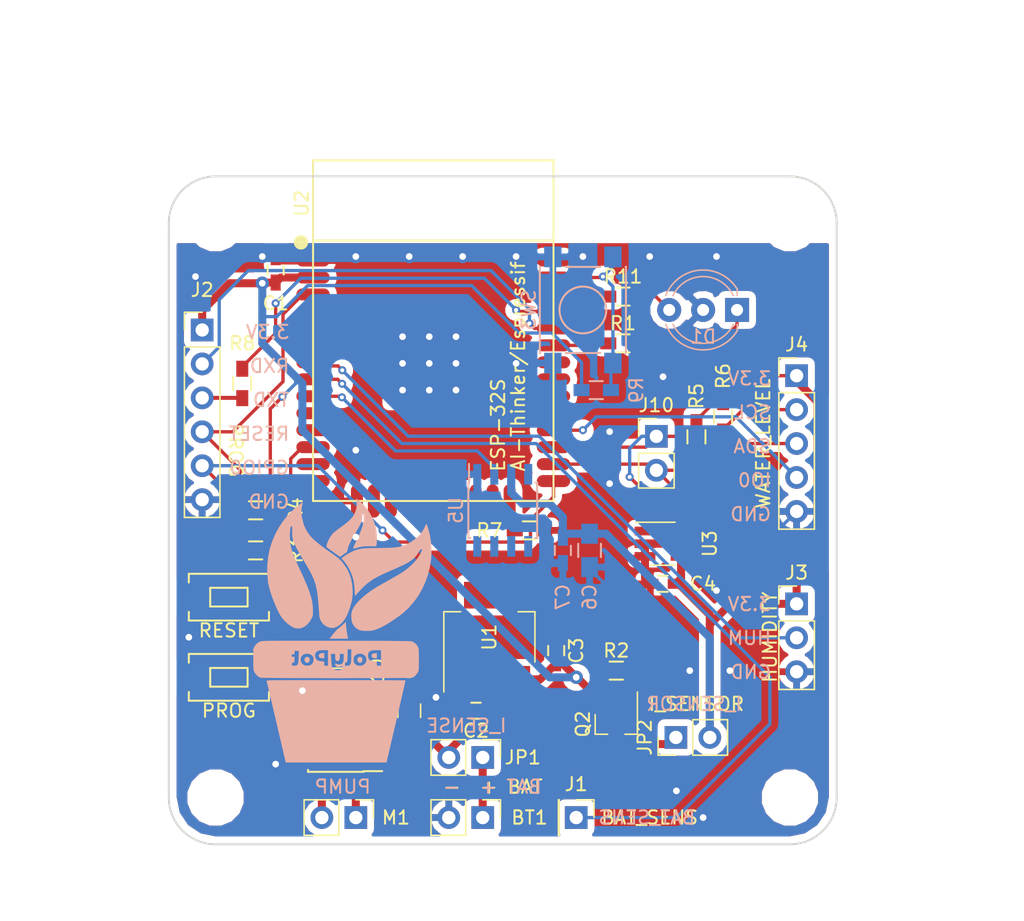
<source format=kicad_pcb>
(kicad_pcb (version 4) (host pcbnew 4.0.7)
  (layers (0 F.Cu signal) (31 B.Cu signal) (34 B.Paste user) (35 F.Paste user) (36 B.SilkS user) (37 F.SilkS user) (38 B.Mask user) (39 F.Mask user) (44 Edge.Cuts user))
  (net 0 "")
  (net 1 GND)
  (net 2 +3V3)
  (net 3 /3V3_SENSORS)
  (net 4 "Net-(D1-Pad1)")
  (net 5 /UART_RX)
  (net 6 /UART_TX)
  (net 7 /EN)
  (net 8 /GPIO0)
  (net 9 /I2C_SCL)
  (net 10 /I2C_SDA)
  (net 11 "Net-(JP2-Pad1)")
  (net 12 "Net-(M1-Pad2)")
  (net 13 /SENSORS_ENn)
  (net 14 /V_BAT_SENSE)
  (net 15 /SENS_HUMIDITY)
  (net 16 /SENS_LUMINOSITY)
  (net 17 /PUMP_PWM)
  (net 18 "Net-(R7-Pad2)")
  (net 19 "Net-(R8-Pad1)")
  (net 20 /USER_BTN)
  (net 21 "Net-(M1-Pad1)")
  (net 22 +BATT)
  (net 23 "Net-(D1-Pad3)")
  (net 24 /LED_RED)
  (net 25 /LED_GREEN)
  (net 26 "Net-(BT1-Pad1)")
  (net 27 /TOF_GPIO0)
  (module ESP32-footprints-Lib:ESP-32S (layer F.Cu) (at 49.852566 45.817338)
    (fp_text reference U2 (at -9.9 -13.8 270) (layer F.SilkS))
    (fp_text value ESP-32S)
    (fp_text user AI-Thinker/Espressif (at 6.3 -1.6 90) (layer F.SilkS))
    (fp_text user ESP-32S (at 4.8 2.8 90) (layer F.SilkS))
    (pad 38 smd oval (at 8.947434 -9.517338 180) (size 2.5 0.9) (layers F.Cu F.Paste F.Mask) (net 1 GND))
    (pad 37 smd oval (at 8.947434 -8.247338 180) (size 2.5 0.9) (layers F.Cu F.Paste F.Mask) (net 20 /USER_BTN))
    (pad 36 smd oval (at 8.947434 -6.977338 180) (size 2.5 0.9) (layers F.Cu F.Paste F.Mask) (net 25 /LED_GREEN))
    (pad 35 smd oval (at 8.947434 -5.707338 180) (size 2.5 0.9) (layers F.Cu F.Paste F.Mask) (net 19 "Net-(R8-Pad1)"))
    (pad 34 smd oval (at 8.947434 -4.437338 180) (size 2.5 0.9) (layers F.Cu F.Paste F.Mask) (net 5 /UART_RX))
    (pad 33 smd oval (at 8.947434 -3.167338 180) (size 2.5 0.9) (layers F.Cu F.Paste F.Mask) (net 24 /LED_RED))
    (pad 32 smd oval (at 8.947434 -1.897338 180) (size 2.5 0.9) (layers F.Cu F.Paste F.Mask))
    (pad 31 smd oval (at 8.947434 -0.627338 180) (size 2.5 0.9) (layers F.Cu F.Paste F.Mask))
    (pad 30 smd oval (at 8.947434 0.642662 180) (size 2.5 0.9) (layers F.Cu F.Paste F.Mask))
    (pad 29 smd oval (at 8.947434 1.912662 180) (size 2.5 0.9) (layers F.Cu F.Paste F.Mask))
    (pad 28 smd oval (at 8.947434 3.182662 180) (size 2.5 0.9) (layers F.Cu F.Paste F.Mask) (net 27 /TOF_GPIO0))
    (pad 27 smd oval (at 8.947434 4.452662 180) (size 2.5 0.9) (layers F.Cu F.Paste F.Mask) (net 9 /I2C_SCL))
    (pad 26 smd oval (at 8.947434 5.722662 180) (size 2.5 0.9) (layers F.Cu F.Paste F.Mask) (net 10 /I2C_SDA))
    (pad 25 smd oval (at 8.947434 6.992662 180) (size 2.5 0.9) (layers F.Cu F.Paste F.Mask) (net 8 /GPIO0))
    (pad 24 smd oval (at 5.662434 8.482662 180) (size 0.9 2.5) (layers F.Cu F.Paste F.Mask) (net 18 "Net-(R7-Pad2)"))
    (pad 23 smd oval (at 4.392434 8.482662 180) (size 0.9 2.5) (layers F.Cu F.Paste F.Mask))
    (pad 22 smd oval (at 3.122434 8.482662 180) (size 0.9 2.5) (layers F.Cu F.Paste F.Mask))
    (pad 21 smd oval (at 1.852434 8.482662 180) (size 0.9 2.5) (layers F.Cu F.Paste F.Mask))
    (pad 20 smd oval (at 0.582434 8.482662 180) (size 0.9 2.5) (layers F.Cu F.Paste F.Mask))
    (pad 19 smd oval (at -0.687566 8.482662 180) (size 0.9 2.5) (layers F.Cu F.Paste F.Mask))
    (pad 18 smd oval (at -1.957566 8.482662 180) (size 0.9 2.5) (layers F.Cu F.Paste F.Mask))
    (pad 17 smd oval (at -3.227566 8.482662 180) (size 0.9 2.5) (layers F.Cu F.Paste F.Mask))
    (pad 16 smd oval (at -4.497566 8.482662 180) (size 0.9 2.5) (layers F.Cu F.Paste F.Mask))
    (pad 15 smd oval (at -5.767566 8.482662 180) (size 0.9 2.5) (layers F.Cu F.Paste F.Mask) (net 1 GND))
    (pad 14 smd oval (at -9.052566 6.992662 180) (size 2.5 0.9) (layers F.Cu F.Paste F.Mask))
    (pad 13 smd oval (at -9.052566 5.722662 180) (size 2.5 0.9) (layers F.Cu F.Paste F.Mask))
    (pad 12 smd oval (at -9.052566 4.452662 180) (size 2.5 0.9) (layers F.Cu F.Paste F.Mask) (net 17 /PUMP_PWM))
    (pad 11 smd oval (at -9.052566 3.182662 180) (size 2.5 0.9) (layers F.Cu F.Paste F.Mask))
    (pad 10 smd oval (at -9.052566 1.912662 180) (size 2.5 0.9) (layers F.Cu F.Paste F.Mask))
    (pad 9 smd oval (at -9.052566 0.642662 180) (size 2.5 0.9) (layers F.Cu F.Paste F.Mask) (net 16 /SENS_LUMINOSITY))
    (pad 8 smd oval (at -9.052566 -0.627338 180) (size 2.5 0.9) (layers F.Cu F.Paste F.Mask) (net 14 /V_BAT_SENSE))
    (pad 7 smd oval (at -9.052566 -1.897338 180) (size 2.5 0.9) (layers F.Cu F.Paste F.Mask) (net 15 /SENS_HUMIDITY))
    (pad 6 smd oval (at -9.052566 -3.167338 180) (size 2.5 0.9) (layers F.Cu F.Paste F.Mask))
    (pad 5 smd oval (at -9.052566 -4.437338 180) (size 2.5 0.9) (layers F.Cu F.Paste F.Mask))
    (pad 4 smd oval (at -9.052566 -5.707338 180) (size 2.5 0.9) (layers F.Cu F.Paste F.Mask))
    (pad 3 smd oval (at -9.052566 -6.977338 180) (size 2.5 0.9) (layers F.Cu F.Paste F.Mask) (net 7 /EN))
    (pad 2 smd oval (at -9.052566 -8.247338 180) (size 2.5 0.9) (layers F.Cu F.Paste F.Mask) (net 2 +3V3))
    (pad 1 smd oval (at -9.052566 -9.517338 180) (size 2.5 0.9) (layers F.Cu F.Paste F.Mask) (net 1 GND))
    (pad 39 smd rect (at -0.352566 -1.817338 180) (size 6 6) (layers F.Cu F.Paste F.Mask) (net 1 GND))
  )
  (module Capacitors_SMD:C_0603_HandSoldering (layer F.Cu) (at 38 37 90)
    (fp_text reference C1 (at -2.5 0 180) (layer F.SilkS))
    (fp_text value 100nF)
    (pad 1 smd rect (at -0.95 0 90) (size 1.2 0.75) (layers F.Cu F.Paste F.Mask) (net 2 +3V3))
    (pad 2 smd rect (at 0.95 0 90) (size 1.2 0.75) (layers F.Cu F.Paste F.Mask) (net 1 GND))
  )
  (module Capacitors_SMD:C_0603_HandSoldering (layer F.Cu) (at 53 70 180)
    (fp_text reference C2 (at 0 -1.5 360) (layer F.SilkS))
    (fp_text value 1uF)
    (pad 1 smd rect (at -0.95 0 180) (size 1.2 0.75) (layers F.Cu F.Paste F.Mask) (net 22 +BATT))
    (pad 2 smd rect (at 0.95 0 180) (size 1.2 0.75) (layers F.Cu F.Paste F.Mask) (net 1 GND))
  )
  (module Capacitors_SMD:C_0603_HandSoldering (layer F.Cu) (at 59 65.5 90)
    (fp_text reference C3 (at 0 1.5 90) (layer F.SilkS))
    (fp_text value 1uF)
    (pad 1 smd rect (at -0.95 0 90) (size 1.2 0.75) (layers F.Cu F.Paste F.Mask) (net 2 +3V3))
    (pad 2 smd rect (at 0.95 0 90) (size 1.2 0.75) (layers F.Cu F.Paste F.Mask) (net 1 GND))
  )
  (module Capacitors_SMD:C_0603_HandSoldering (layer F.Cu) (at 67 60.5 180)
    (fp_text reference C4 (at -3 0 180) (layer F.SilkS))
    (fp_text value 100nF)
    (pad 1 smd rect (at -0.95 0 180) (size 1.2 0.75) (layers F.Cu F.Paste F.Mask) (net 3 /3V3_SENSORS))
    (pad 2 smd rect (at 0.95 0 180) (size 1.2 0.75) (layers F.Cu F.Paste F.Mask) (net 1 GND))
  )
  (module Resistors_SMD:R_0603_HandSoldering (layer F.Cu) (at 64 42.5 180)
    (fp_text reference R1 (at 0 1.5 180) (layer F.SilkS))
    (fp_text value 470)
    (pad 1 smd rect (at -1.1 0 180) (size 1.2 0.9) (layers F.Cu F.Paste F.Mask) (net 4 "Net-(D1-Pad1)"))
    (pad 2 smd rect (at 1.1 0 180) (size 1.2 0.9) (layers F.Cu F.Paste F.Mask) (net 24 /LED_RED))
  )
  (module Resistors_SMD:R_0603_HandSoldering (layer F.Cu) (at 63.5 67)
    (fp_text reference R2 (at 0 -1.5 180) (layer F.SilkS))
    (fp_text value 18k7)
    (pad 1 smd rect (at -1.1 0) (size 1.2 0.9) (layers F.Cu F.Paste F.Mask) (net 2 +3V3))
    (pad 2 smd rect (at 1.1 0) (size 1.2 0.9) (layers F.Cu F.Paste F.Mask) (net 13 /SENSORS_ENn))
  )
  (module Resistors_SMD:R_0603_HandSoldering (layer F.Cu) (at 36.5 58 180)
    (fp_text reference R3 (at -3 0 270) (layer F.SilkS))
    (fp_text value 10k)
    (pad 1 smd rect (at -1.1 0 180) (size 1.2 0.9) (layers F.Cu F.Paste F.Mask) (net 2 +3V3))
    (pad 2 smd rect (at 1.1 0 180) (size 1.2 0.9) (layers F.Cu F.Paste F.Mask) (net 8 /GPIO0))
  )
  (module Resistors_SMD:R_0603_HandSoldering (layer F.Cu) (at 36.5 55 180)
    (fp_text reference R4 (at -3 0 270) (layer F.SilkS))
    (fp_text value 10k)
    (pad 1 smd rect (at -1.1 0 180) (size 1.2 0.9) (layers F.Cu F.Paste F.Mask) (net 2 +3V3))
    (pad 2 smd rect (at 1.1 0 180) (size 1.2 0.9) (layers F.Cu F.Paste F.Mask) (net 7 /EN))
  )
  (module Resistors_SMD:R_0603_HandSoldering (layer F.Cu) (at 69.5 49.5 270)
    (fp_text reference R5 (at -3.048 0 270) (layer F.SilkS))
    (fp_text value 4.7k)
    (pad 1 smd rect (at -1.1 0 270) (size 1.2 0.9) (layers F.Cu F.Paste F.Mask) (net 3 /3V3_SENSORS))
    (pad 2 smd rect (at 1.1 0 270) (size 1.2 0.9) (layers F.Cu F.Paste F.Mask) (net 10 /I2C_SDA))
  )
  (module Resistors_SMD:R_0603_HandSoldering (layer F.Cu) (at 71.5 48 270)
    (fp_text reference R6 (at -3.048 0 270) (layer F.SilkS))
    (fp_text value 4.7k)
    (pad 1 smd rect (at -1.1 0 270) (size 1.2 0.9) (layers F.Cu F.Paste F.Mask) (net 3 /3V3_SENSORS))
    (pad 2 smd rect (at 1.1 0 270) (size 1.2 0.9) (layers F.Cu F.Paste F.Mask) (net 9 /I2C_SCL))
  )
  (module Buttons_Switches_SMD:SW_SPST_EVQPE1 (layer F.Cu) (at 34.5 67.5)
    (fp_text reference SW1 hide)
    (fp_text value PROG (at 0 2.5) (layer F.SilkS))
    (pad 2 smd rect (at 2.7 0) (size 2 1.6) (layers F.Cu F.Paste F.Mask) (net 8 /GPIO0))
    (pad 1 smd rect (at -2.7 0) (size 2 1.6) (layers F.Cu F.Paste F.Mask) (net 1 GND))
  )
  (module Buttons_Switches_SMD:SW_SPST_EVQPE1 (layer F.Cu) (at 34.5 61.5)
    (fp_text reference SW2 hide)
    (fp_text value RESET (at 0 2.5) (layer F.SilkS))
    (pad 2 smd rect (at 2.7 0) (size 2 1.6) (layers F.Cu F.Paste F.Mask) (net 7 /EN))
    (pad 1 smd rect (at -2.7 0) (size 2 1.6) (layers F.Cu F.Paste F.Mask) (net 1 GND))
  )
  (module TO_SOT_Packages_SMD:SOT-23-6_Handsoldering (layer F.Cu) (at 67 57.5)
    (fp_text reference U3 (at 3.5 0 90) (layer F.SilkS))
    (fp_text value S-5851A_SOT-23-6)
    (pad 1 smd rect (at -1.35 -0.95) (size 1.56 0.65) (layers F.Cu F.Paste F.Mask) (net 9 /I2C_SCL))
    (pad 2 smd rect (at -1.35 0) (size 1.56 0.65) (layers F.Cu F.Paste F.Mask) (net 1 GND))
    (pad 3 smd rect (at -1.35 0.95) (size 1.56 0.65) (layers F.Cu F.Paste F.Mask) (net 1 GND))
    (pad 4 smd rect (at 1.35 0.95) (size 1.56 0.65) (layers F.Cu F.Paste F.Mask) (net 3 /3V3_SENSORS))
    (pad 6 smd rect (at 1.35 -0.95) (size 1.56 0.65) (layers F.Cu F.Paste F.Mask) (net 10 /I2C_SDA))
    (pad 5 smd rect (at 1.35 0) (size 1.56 0.65) (layers F.Cu F.Paste F.Mask) (net 1 GND))
  )
  (module Mounting_Holes:MountingHole_3.2mm_M3 (layer F.Cu) (at 76.5 76.5)
    (fp_text reference J5 hide)
    (fp_text value M3)
    (pad 1 np_thru_hole circle (at 0 0) (size 3.2 3.2) (drill 3.2) (layers *.Cu *.Mask))
  )
  (module Mounting_Holes:MountingHole_3.2mm_M3 (layer F.Cu) (at 33.5 76.5)
    (fp_text reference J6 hide)
    (fp_text value M3)
    (pad 1 np_thru_hole circle (at 0 0) (size 3.2 3.2) (drill 3.2) (layers *.Cu *.Mask))
  )
  (module Mounting_Holes:MountingHole_3.2mm_M3 (layer F.Cu) (at 33.5 33.5)
    (fp_text reference J7 hide)
    (fp_text value M3)
    (pad 1 np_thru_hole circle (at 0 0) (size 3.2 3.2) (drill 3.2) (layers *.Cu *.Mask))
  )
  (module Mounting_Holes:MountingHole_3.2mm_M3 (layer F.Cu) (at 76.5 33.5)
    (fp_text reference J8 hide)
    (fp_text value M3)
    (pad 1 np_thru_hole circle (at 0 0) (size 3.2 3.2) (drill 3.2) (layers *.Cu *.Mask))
  )
  (module Resistors_SMD:R_0603_HandSoldering (layer F.Cu) (at 57 56.5 180)
    (fp_text reference R7 (at 3 0 180) (layer F.SilkS))
    (fp_text value 10k)
    (pad 1 smd rect (at -1.1 0 180) (size 1.2 0.9) (layers F.Cu F.Paste F.Mask) (net 1 GND))
    (pad 2 smd rect (at 1.1 0 180) (size 1.2 0.9) (layers F.Cu F.Paste F.Mask) (net 18 "Net-(R7-Pad2)"))
  )
  (module Resistors_SMD:R_0603_HandSoldering (layer F.Cu) (at 35.5 45.5 270)
    (fp_text reference R8 (at -3 0 360) (layer F.SilkS))
    (fp_text value 470)
    (pad 1 smd rect (at -1.1 0 270) (size 1.2 0.9) (layers F.Cu F.Paste F.Mask) (net 19 "Net-(R8-Pad1)"))
    (pad 2 smd rect (at 1.1 0 270) (size 1.2 0.9) (layers F.Cu F.Paste F.Mask) (net 6 /UART_TX))
  )
  (module Resistors_SMD:R_0603_HandSoldering (layer B.Cu) (at 62 46)
    (fp_text reference R9 (at 3 0 270) (layer B.SilkS) (effects (justify mirror)))
    (fp_text value 10k)
    (pad 1 smd rect (at -1.1 0) (size 1.2 0.9) (layers B.Cu B.Paste B.Mask) (net 2 +3V3))
    (pad 2 smd rect (at 1.1 0) (size 1.2 0.9) (layers B.Cu B.Paste B.Mask) (net 20 /USER_BTN))
  )
  (module TO_SOT_Packages_SMD:SOT-223 (layer F.Cu) (at 54 64.5 90)
    (fp_text reference U1 (at 0 0 90) (layer F.SilkS))
    (fp_text value AP7365-XXERG_SOT223)
    (pad 4 smd rect (at 3.15 0 90) (size 2 3.8) (layers F.Cu F.Paste F.Mask))
    (pad 2 smd rect (at -3.15 0 90) (size 2 1.5) (layers F.Cu F.Paste F.Mask) (net 22 +BATT))
    (pad 3 smd rect (at -3.15 2.3 90) (size 2 1.5) (layers F.Cu F.Paste F.Mask) (net 2 +3V3))
    (pad 1 smd rect (at -3.15 -2.3 90) (size 2 1.5) (layers F.Cu F.Paste F.Mask) (net 1 GND))
  )
  (module Capacitors_SMD:C_0805_HandSoldering (layer F.Cu) (at 48 70 90)
    (fp_text reference C5 (at 3.302 0 90) (layer F.SilkS))
    (fp_text value 10uF)
    (pad 1 smd rect (at -1.25 0 90) (size 1.5 1.25) (layers F.Cu F.Paste F.Mask) (net 22 +BATT))
    (pad 2 smd rect (at 1.25 0 90) (size 1.5 1.25) (layers F.Cu F.Paste F.Mask) (net 1 GND))
  )
  (module Resistors_SMD:R_0603_HandSoldering (layer F.Cu) (at 42.5 67.5 180)
    (fp_text reference R10 (at -3.1 0 270) (layer F.SilkS))
    (fp_text value 10k)
    (pad 1 smd rect (at -1.1 0 180) (size 1.2 0.9) (layers F.Cu F.Paste F.Mask) (net 17 /PUMP_PWM))
    (pad 2 smd rect (at 1.1 0 180) (size 1.2 0.9) (layers F.Cu F.Paste F.Mask) (net 1 GND))
  )
  (module LEDs:LED_D5.0mm-3 (layer B.Cu) (at 72.54 40 180)
    (fp_text reference D1 (at 2.54 -2 180) (layer B.SilkS) (effects (justify mirror)))
    (fp_text value LED_Dual_ACA)
    (pad 1 thru_hole rect (at 0 0 180) (size 1.8 1.8) (drill 0.9) (layers *.Cu *.Mask) (net 4 "Net-(D1-Pad1)"))
    (pad 2 thru_hole circle (at 2.54 0 180) (size 1.8 1.8) (drill 0.9) (layers *.Cu *.Mask) (net 1 GND))
    (pad 3 thru_hole circle (at 5.08 0 180) (size 1.8 1.8) (drill 0.9) (layers *.Cu *.Mask) (net 23 "Net-(D1-Pad3)"))
  )
  (module Resistors_SMD:R_0603_HandSoldering (layer F.Cu) (at 64 39 180)
    (fp_text reference R11 (at 0 1.5 360) (layer F.SilkS))
    (fp_text value 470)
    (pad 1 smd rect (at -1.1 0 180) (size 1.2 0.9) (layers F.Cu F.Paste F.Mask) (net 23 "Net-(D1-Pad3)"))
    (pad 2 smd rect (at 1.1 0 180) (size 1.2 0.9) (layers F.Cu F.Paste F.Mask) (net 25 /LED_GREEN))
  )
  (module Housings_SOIC:SOIC-8_3.9x4.9mm_Pitch1.27mm (layer F.Cu) (at 42.5 72 180)
    (fp_text reference U4 (at 0 0 180) (layer F.SilkS))
    (fp_text value BD6211F-E2)
    (pad 1 smd rect (at -2.7 -1.905 180) (size 1.55 0.6) (layers F.Cu F.Paste F.Mask) (net 21 "Net-(M1-Pad1)"))
    (pad 2 smd rect (at -2.7 -0.635 180) (size 1.55 0.6) (layers F.Cu F.Paste F.Mask) (net 22 +BATT))
    (pad 3 smd rect (at -2.7 0.635 180) (size 1.55 0.6) (layers F.Cu F.Paste F.Mask) (net 22 +BATT))
    (pad 4 smd rect (at -2.7 1.905 180) (size 1.55 0.6) (layers F.Cu F.Paste F.Mask) (net 17 /PUMP_PWM))
    (pad 5 smd rect (at 2.7 1.905 180) (size 1.55 0.6) (layers F.Cu F.Paste F.Mask) (net 1 GND))
    (pad 6 smd rect (at 2.7 0.635 180) (size 1.55 0.6) (layers F.Cu F.Paste F.Mask) (net 22 +BATT))
    (pad 7 smd rect (at 2.7 -0.635 180) (size 1.55 0.6) (layers F.Cu F.Paste F.Mask) (net 12 "Net-(M1-Pad2)"))
    (pad 8 smd rect (at 2.7 -1.905 180) (size 1.55 0.6) (layers F.Cu F.Paste F.Mask) (net 1 GND))
  )
  (module TO_SOT_Packages_SMD:SOT-23_Handsoldering (layer F.Cu) (at 63.5 71 270)
    (fp_text reference Q2 (at 0 2.5 270) (layer F.SilkS))
    (fp_text value PMV250EPEAR)
    (pad 1 smd rect (at -1.5 -0.95 270) (size 1.9 0.8) (layers F.Cu F.Paste F.Mask) (net 13 /SENSORS_ENn))
    (pad 2 smd rect (at -1.5 0.95 270) (size 1.9 0.8) (layers F.Cu F.Paste F.Mask) (net 2 +3V3))
    (pad 3 smd rect (at 1.5 0 270) (size 1.9 0.8) (layers F.Cu F.Paste F.Mask) (net 11 "Net-(JP2-Pad1)"))
  )
  (module Pin_Headers:Pin_Header_Straight_1x02_Pitch2.54mm (layer F.Cu) (at 53.5 78 270)
    (fp_text reference BT1 (at 0 -3.5 360) (layer F.SilkS))
    (fp_text value Battery)
    (pad 1 thru_hole rect (at 0 0 270) (size 1.7 1.7) (drill 1) (layers *.Cu *.Mask) (net 26 "Net-(BT1-Pad1)"))
    (pad 2 thru_hole oval (at 0 2.54 270) (size 1.7 1.7) (drill 1) (layers *.Cu *.Mask) (net 1 GND))
  )
  (module Pin_Headers:Pin_Header_Straight_1x03_Pitch2.54mm (layer F.Cu) (at 77 62)
    (fp_text reference J3 (at 0 -2.33) (layer F.SilkS))
    (fp_text value HUMIDITY_CONN)
    (pad 1 thru_hole rect (at 0 0) (size 1.7 1.7) (drill 1) (layers *.Cu *.Mask) (net 3 /3V3_SENSORS))
    (pad 2 thru_hole oval (at 0 2.54) (size 1.7 1.7) (drill 1) (layers *.Cu *.Mask) (net 15 /SENS_HUMIDITY))
    (pad 3 thru_hole oval (at 0 5.08) (size 1.7 1.7) (drill 1) (layers *.Cu *.Mask) (net 1 GND))
  )
  (module Pin_Headers:Pin_Header_Straight_1x05_Pitch2.54mm (layer F.Cu) (at 77 44.92)
    (fp_text reference J4 (at 0 -2.33) (layer F.SilkS))
    (fp_text value TOF_DIST_SENS)
    (pad 1 thru_hole rect (at 0 0) (size 1.7 1.7) (drill 1) (layers *.Cu *.Mask) (net 3 /3V3_SENSORS))
    (pad 2 thru_hole oval (at 0 2.54) (size 1.7 1.7) (drill 1) (layers *.Cu *.Mask) (net 9 /I2C_SCL))
    (pad 3 thru_hole oval (at 0 5.08) (size 1.7 1.7) (drill 1) (layers *.Cu *.Mask) (net 10 /I2C_SDA))
    (pad 4 thru_hole oval (at 0 7.62) (size 1.7 1.7) (drill 1) (layers *.Cu *.Mask) (net 27 /TOF_GPIO0))
    (pad 5 thru_hole oval (at 0 10.16) (size 1.7 1.7) (drill 1) (layers *.Cu *.Mask) (net 1 GND))
  )
  (module Pin_Headers:Pin_Header_Straight_1x02_Pitch2.54mm (layer F.Cu) (at 66.5 49.46)
    (fp_text reference J10 (at 0 -2.33) (layer F.SilkS))
    (fp_text value I2C_TEST)
    (pad 1 thru_hole rect (at 0 0) (size 1.7 1.7) (drill 1) (layers *.Cu *.Mask) (net 9 /I2C_SCL))
    (pad 2 thru_hole oval (at 0 2.54) (size 1.7 1.7) (drill 1) (layers *.Cu *.Mask) (net 10 /I2C_SDA))
  )
  (module Pin_Headers:Pin_Header_Straight_1x02_Pitch2.54mm (layer F.Cu) (at 53.5 73.5 270)
    (fp_text reference JP1 (at 0 -3 360) (layer F.SilkS))
    (fp_text value I_SENSE)
    (pad 1 thru_hole rect (at 0 0 270) (size 1.7 1.7) (drill 1) (layers *.Cu *.Mask) (net 26 "Net-(BT1-Pad1)"))
    (pad 2 thru_hole oval (at 0 2.54 270) (size 1.7 1.7) (drill 1) (layers *.Cu *.Mask) (net 22 +BATT))
  )
  (module Pin_Headers:Pin_Header_Straight_1x02_Pitch2.54mm (layer F.Cu) (at 67.96 72 90)
    (fp_text reference JP2 (at 0 -2.33 90) (layer F.SilkS))
    (fp_text value I_SENSE)
    (pad 1 thru_hole rect (at 0 0 90) (size 1.7 1.7) (drill 1) (layers *.Cu *.Mask) (net 11 "Net-(JP2-Pad1)"))
    (pad 2 thru_hole oval (at 0 2.54 90) (size 1.7 1.7) (drill 1) (layers *.Cu *.Mask) (net 3 /3V3_SENSORS))
  )
  (module Pin_Headers:Pin_Header_Straight_1x02_Pitch2.54mm (layer F.Cu) (at 44 78 270)
    (fp_text reference M1 (at 0 -3 540) (layer F.SilkS))
    (fp_text value DC_WATER_PUMP)
    (pad 1 thru_hole rect (at 0 0 270) (size 1.7 1.7) (drill 1) (layers *.Cu *.Mask) (net 21 "Net-(M1-Pad1)"))
    (pad 2 thru_hole oval (at 0 2.54 270) (size 1.7 1.7) (drill 1) (layers *.Cu *.Mask) (net 12 "Net-(M1-Pad2)"))
  )
  (module Pin_Headers:Pin_Header_Straight_1x01_Pitch2.54mm (layer F.Cu) (at 60.5 78 270)
    (fp_text reference J1 (at -2.5 0 360) (layer F.SilkS))
    (fp_text value V_BAT_1S)
    (pad 1 thru_hole rect (at 0 0 270) (size 1.7 1.7) (drill 1) (layers *.Cu *.Mask) (net 14 /V_BAT_SENSE))
  )
  (module Pin_Headers:Pin_Header_Straight_1x06_Pitch2.54mm (layer F.Cu) (at 32.5 41.5)
    (fp_text reference J2 (at 0 -3) (layer F.SilkS))
    (fp_text value PROG/DEBUG)
    (pad 1 thru_hole rect (at 0 0) (size 1.7 1.7) (drill 1) (layers *.Cu *.Mask) (net 2 +3V3))
    (pad 2 thru_hole oval (at 0 2.54) (size 1.7 1.7) (drill 1) (layers *.Cu *.Mask) (net 5 /UART_RX))
    (pad 3 thru_hole oval (at 0 5.08) (size 1.7 1.7) (drill 1) (layers *.Cu *.Mask) (net 6 /UART_TX))
    (pad 4 thru_hole oval (at 0 7.62) (size 1.7 1.7) (drill 1) (layers *.Cu *.Mask) (net 7 /EN))
    (pad 5 thru_hole oval (at 0 10.16) (size 1.7 1.7) (drill 1) (layers *.Cu *.Mask) (net 8 /GPIO0))
    (pad 6 thru_hole oval (at 0 12.7) (size 1.7 1.7) (drill 1) (layers *.Cu *.Mask) (net 1 GND))
  )
  (module Capacitors_SMD:C_0805_HandSoldering (layer B.Cu) (at 61.5 58 270)
    (fp_text reference C6 (at 3.5 0 270) (layer B.SilkS) (effects (justify mirror)))
    (fp_text value 1uF)
    (pad 1 smd rect (at -1.25 0 270) (size 1.5 1.25) (layers B.Cu B.Paste B.Mask) (net 3 /3V3_SENSORS))
    (pad 2 smd rect (at 1.25 0 270) (size 1.5 1.25) (layers B.Cu B.Paste B.Mask) (net 1 GND))
  )
  (module Capacitors_SMD:C_0603_HandSoldering (layer B.Cu) (at 59.5 58 270)
    (fp_text reference C7 (at 3.5 0 270) (layer B.SilkS) (effects (justify mirror)))
    (fp_text value 100nF)
    (pad 1 smd rect (at -0.95 0 270) (size 1.2 0.75) (layers B.Cu B.Paste B.Mask) (net 3 /3V3_SENSORS))
    (pad 2 smd rect (at 0.95 0 270) (size 1.2 0.75) (layers B.Cu B.Paste B.Mask) (net 1 GND))
  )
  (module Housings_SOIC:SOIC-8_3.9x4.9mm_Pitch1.27mm (layer B.Cu) (at 55 55 270)
    (fp_text reference U5 (at 0 3.5 270) (layer B.SilkS) (effects (justify mirror)))
    (fp_text value MLX75305)
    (pad 1 smd rect (at -2.7 1.905 270) (size 1.55 0.6) (layers B.Cu B.Paste B.Mask) (net 1 GND))
    (pad 2 smd rect (at -2.7 0.635 270) (size 1.55 0.6) (layers B.Cu B.Paste B.Mask) (net 16 /SENS_LUMINOSITY))
    (pad 3 smd rect (at -2.7 -0.635 270) (size 1.55 0.6) (layers B.Cu B.Paste B.Mask) (net 3 /3V3_SENSORS))
    (pad 4 smd rect (at -2.7 -1.905 270) (size 1.55 0.6) (layers B.Cu B.Paste B.Mask))
    (pad 5 smd rect (at 2.7 -1.905 270) (size 1.55 0.6) (layers B.Cu B.Paste B.Mask))
    (pad 6 smd rect (at 2.7 -0.635 270) (size 1.55 0.6) (layers B.Cu B.Paste B.Mask))
    (pad 7 smd rect (at 2.7 0.635 270) (size 1.55 0.6) (layers B.Cu B.Paste B.Mask))
    (pad 8 smd rect (at 2.7 1.905 270) (size 1.55 0.6) (layers B.Cu B.Paste B.Mask))
  )
  (module Buttons_Switches_SMD:SW_SPST_PTS645 (layer B.Cu) (at 61 40 270)
    (fp_text reference SW3 (at 0 4.05 270) (layer B.SilkS) (effects (justify mirror)))
    (fp_text value USR_BTN)
    (pad 2 smd rect (at -3.975 -2.25 270) (size 1.55 1.3) (layers B.Cu B.Paste B.Mask) (net 20 /USER_BTN))
    (pad 1 smd rect (at -3.975 2.25 270) (size 1.55 1.3) (layers B.Cu B.Paste B.Mask) (net 1 GND))
    (pad 1 smd rect (at 3.975 2.25 270) (size 1.55 1.3) (layers B.Cu B.Paste B.Mask) (net 1 GND))
    (pad 2 smd rect (at 3.975 -2.25 270) (size 1.55 1.3) (layers B.Cu B.Paste B.Mask) (net 20 /USER_BTN))
  )
  (module PolyPot:PolyPot_13x20mm (layer B.Cu) (at 43 64 180)
    (fp_text reference G*** hide)
    (fp_text value LOGO hide)
  )
  (gr_text "-  + BAT" (at 50.5 75.692) (layer F.SilkS) (effects (font (size 1 1)) (justify left)))
  (gr_text PROG (at 35 50.5 270) (layer F.SilkS) (effects (font (size 1 1))))
  (gr_text IO0 (at 75.184 52.752) (layer B.SilkS) (effects (font (size 1 1)) (justify left mirror)))
  (gr_text GND (at 75.184 55.292) (layer B.SilkS) (effects (font (size 1 1)) (justify left mirror)))
  (gr_text SDA (at 75.184 50.212) (layer B.SilkS) (effects (font (size 1 1)) (justify left mirror)))
  (gr_text SCL (at 75.184 47.672) (layer B.SilkS) (effects (font (size 1 1)) (justify left mirror)))
  (gr_text 3.3V (at 75.184 45.132) (layer B.SilkS) (effects (font (size 1 1)) (justify left mirror)))
  (gr_text GND (at 75.184 67.104) (layer B.SilkS) (effects (font (size 1 1)) (justify left mirror)))
  (gr_text HUM (at 75.184 64.564) (layer B.SilkS) (effects (font (size 1 1)) (justify left mirror)))
  (gr_text 3.3V (at 75.184 62.024) (layer B.SilkS) (effects (font (size 1 1)) (justify left mirror)))
  (gr_text I_SENSOR (at 73 69.5) (layer B.SilkS) (effects (font (size 1 1)) (justify left mirror)))
  (gr_text BAT_SENS (at 69.5 78) (layer B.SilkS) (effects (font (size 1 1)) (justify left mirror)))
  (gr_text I_SENSE (at 55.372 71.12) (layer B.SilkS) (effects (font (size 1 1)) (justify left mirror)))
  (gr_text "BAT +  -" (at 58 75.692) (layer B.SilkS) (effects (font (size 1 1)) (justify left mirror)))
  (gr_text PUMP (at 45.212 75.692) (layer B.SilkS) (effects (font (size 1 1)) (justify left mirror)))
  (gr_text 3.3V (at 39.116 41.656) (layer B.SilkS) (effects (font (size 1 1)) (justify left mirror)))
  (gr_text RXD (at 39.116 44.196) (layer B.SilkS) (effects (font (size 1 1)) (justify left mirror)))
  (gr_text TXD (at 39.116 46.736) (layer B.SilkS) (effects (font (size 1 1)) (justify left mirror)))
  (gr_text RESET (at 39.116 49.276) (layer B.SilkS) (effects (font (size 1 1)) (justify left mirror)))
  (gr_text GPIO0 (at 39.116 51.816) (layer B.SilkS) (effects (font (size 1 1)) (justify left mirror)))
  (gr_text GND (at 39.116 54.356) (layer B.SilkS) (effects (font (size 1 1)) (justify left mirror)))
  (gr_text BAT_SENS (at 66 78) (layer F.SilkS) (effects (font (size 1 1))))
  (gr_text I_SENSOR (at 69.5 69.5) (layer F.SilkS) (effects (font (size 1 1))))
  (gr_text WATER_LEVEL (at 74.5 50 90) (layer F.SilkS) (effects (font (size 1 1))))
  (gr_text HUMIDITY (at 75 64.5 90) (layer F.SilkS) (effects (font (size 1 1))))
  (gr_arc (start 33.5 76.5) (end 33.5 80) (angle 90) (layer Edge.Cuts) (width 0.15))
  (gr_arc (start 76.5 76.5) (end 80 76.5) (angle 90) (layer Edge.Cuts) (width 0.15))
  (gr_arc (start 76.5 33.5) (end 76.5 30) (angle 90) (layer Edge.Cuts) (width 0.15))
  (gr_arc (start 33.5 33.5) (end 30 33.5) (angle 90) (layer Edge.Cuts) (width 0.15))
  (gr_line (start 76.5 30) (end 33.5 30) (angle 90) (layer Edge.Cuts) (width 0.15))
  (gr_line (start 80 76.5) (end 80 33.5) (layer Edge.Cuts) (width 0.15))
  (gr_line (start 33.5 80) (end 76.5 80) (layer Edge.Cuts) (width 0.15))
  (gr_line (start 30 33.5) (end 30 76.5) (layer Edge.Cuts) (width 0.15))
  (segment (start 51.5 44) (end 56 44) (width 0.25) (layer B.Cu) (net 1))
  (via (at 56 44) (size 1) (drill 0.5) (layers F.Cu B.Cu) (net 1))
  (segment (start 63 49.109999) (end 67 45.109999) (width 0.25) (layer F.Cu) (net 1))
  (via (at 67 45) (size 1) (drill 0.5) (layers F.Cu B.Cu) (net 1))
  (segment (start 67 45.109999) (end 67 45) (width 0.25) (layer F.Cu) (net 1))
  (segment (start 63 53) (end 63 49.109999) (width 0.25) (layer B.Cu) (net 1))
  (via (at 63 49.109999) (size 1) (drill 0.5) (layers F.Cu B.Cu) (net 1))
  (segment (start 65.65 57.5) (end 64.62 57.5) (width 0.25) (layer F.Cu) (net 1))
  (segment (start 64.62 57.5) (end 63 55.88) (width 0.25) (layer F.Cu) (net 1))
  (segment (start 63 55.88) (end 63 53) (width 0.25) (layer F.Cu) (net 1))
  (via (at 63 53) (size 1) (drill 0.5) (layers F.Cu B.Cu) (net 1))
  (segment (start 61.5 59.25) (end 61.5 59.375) (width 0.25) (layer B.Cu) (net 1))
  (segment (start 61.5 59.375) (end 69 66.875) (width 0.25) (layer B.Cu) (net 1))
  (segment (start 69 66.875) (end 69 67) (width 0.25) (layer B.Cu) (net 1))
  (via (at 69 67) (size 1) (drill 0.5) (layers F.Cu B.Cu) (net 1))
  (segment (start 77 55.08) (end 71.08 61) (width 0.25) (layer B.Cu) (net 1))
  (segment (start 71.08 61) (end 71 61) (width 0.25) (layer B.Cu) (net 1))
  (via (at 71 61) (size 1) (drill 0.5) (layers F.Cu B.Cu) (net 1))
  (segment (start 70 78) (end 68 76) (width 0.25) (layer F.Cu) (net 1))
  (via (at 68 76) (size 1) (drill 0.5) (layers F.Cu B.Cu) (net 1))
  (segment (start 77 67.08) (end 77 71) (width 0.25) (layer F.Cu) (net 1))
  (segment (start 77 71) (end 70 78) (width 0.25) (layer F.Cu) (net 1))
  (via (at 70 78) (size 1) (drill 0.5) (layers F.Cu B.Cu) (net 1))
  (segment (start 77 67.08) (end 72.08 67.08) (width 0.25) (layer F.Cu) (net 1))
  (segment (start 72.08 67.08) (end 72 67) (width 0.25) (layer F.Cu) (net 1))
  (via (at 72 67) (size 1) (drill 0.5) (layers F.Cu B.Cu) (net 1))
  (segment (start 38 36.05) (end 37.05 36.05) (width 0.25) (layer F.Cu) (net 1))
  (segment (start 37.05 36.05) (end 37 36) (width 0.25) (layer F.Cu) (net 1))
  (via (at 37 36) (size 1) (drill 0.5) (layers F.Cu B.Cu) (net 1))
  (via (at 71 36) (size 1) (drill 0.5) (layers F.Cu B.Cu) (net 1))
  (segment (start 66 36) (end 71 36) (width 0.25) (layer F.Cu) (net 1))
  (segment (start 61 36) (end 66 36) (width 0.25) (layer F.Cu) (net 1))
  (via (at 66 36) (size 1) (drill 0.5) (layers F.Cu B.Cu) (net 1))
  (segment (start 58.8 36.3) (end 60.7 36.3) (width 0.25) (layer F.Cu) (net 1))
  (segment (start 60.7 36.3) (end 61 36) (width 0.25) (layer F.Cu) (net 1))
  (via (at 61 36) (size 1) (drill 0.5) (layers F.Cu B.Cu) (net 1))
  (segment (start 44.085 54.3) (end 44.085 50.585) (width 0.25) (layer F.Cu) (net 1))
  (segment (start 44.085 50.585) (end 44 50.5) (width 0.25) (layer F.Cu) (net 1))
  (via (at 44 50.5) (size 1) (drill 0.5) (layers F.Cu B.Cu) (net 1))
  (segment (start 58.8 36.3) (end 66.3 36.3) (width 0.25) (layer F.Cu) (net 1))
  (segment (start 66.3 36.3) (end 70 40) (width 0.25) (layer F.Cu) (net 1))
  (segment (start 53.095 52.3) (end 53.095 53.675) (width 0.6) (layer B.Cu) (net 1))
  (segment (start 53.095 53.675) (end 55.744999 56.324999) (width 0.6) (layer B.Cu) (net 1))
  (segment (start 58.524999 57.164997) (end 58.525 58.95) (width 0.6) (layer B.Cu) (net 1))
  (segment (start 55.744999 56.324999) (end 57.685001 56.324999) (width 0.6) (layer B.Cu) (net 1))
  (segment (start 57.685001 56.324999) (end 58.524999 57.164997) (width 0.6) (layer B.Cu) (net 1))
  (segment (start 58.525 58.95) (end 59.5 58.95) (width 0.6) (layer B.Cu) (net 1))
  (segment (start 65.65 57.5) (end 68.35 57.5) (width 0.6) (layer F.Cu) (net 1))
  (segment (start 65.65 58.45) (end 65.65 57.5) (width 0.6) (layer F.Cu) (net 1))
  (segment (start 65.65 58.45) (end 65.65 60.1) (width 0.6) (layer F.Cu) (net 1))
  (segment (start 65.65 60.1) (end 66.05 60.5) (width 0.6) (layer F.Cu) (net 1))
  (segment (start 58.75 36.025) (end 56.025 36.025) (width 0.25) (layer B.Cu) (net 1))
  (segment (start 56.025 36.025) (end 56 36) (width 0.25) (layer B.Cu) (net 1))
  (segment (start 31.8 61.5) (end 31.8 64.2) (width 0.25) (layer F.Cu) (net 1))
  (via (at 31.5 64.5) (size 1) (drill 0.5) (layers F.Cu B.Cu) (net 1))
  (segment (start 31.8 64.2) (end 31.5 64.5) (width 0.25) (layer F.Cu) (net 1))
  (segment (start 44.085 54.3) (end 44.085 56.915) (width 0.25) (layer F.Cu) (net 1))
  (via (at 44 57) (size 1) (drill 0.5) (layers F.Cu B.Cu) (net 1))
  (segment (start 44.085 56.915) (end 44 57) (width 0.25) (layer F.Cu) (net 1))
  (segment (start 38 36.05) (end 33.45 36.05) (width 0.25) (layer F.Cu) (net 1))
  (segment (start 33.45 36.05) (end 32 37.5) (width 0.25) (layer F.Cu) (net 1))
  (via (at 32 37.5) (size 1) (drill 0.5) (layers F.Cu B.Cu) (net 1))
  (segment (start 58.8 36.3) (end 56.3 36.3) (width 0.25) (layer F.Cu) (net 1))
  (segment (start 56.3 36.3) (end 56 36) (width 0.25) (layer F.Cu) (net 1))
  (segment (start 52 36) (end 56 36) (width 0.25) (layer B.Cu) (net 1))
  (segment (start 48 36) (end 52 36) (width 0.25) (layer B.Cu) (net 1))
  (segment (start 44 36) (end 48 36) (width 0.25) (layer B.Cu) (net 1))
  (via (at 52 36) (size 1) (drill 0.5) (layers F.Cu B.Cu) (net 1))
  (via (at 48 36) (size 1) (drill 0.5) (layers F.Cu B.Cu) (net 1))
  (segment (start 40.8 36.3) (end 43.7 36.3) (width 0.25) (layer F.Cu) (net 1))
  (segment (start 43.7 36.3) (end 44 36) (width 0.25) (layer F.Cu) (net 1))
  (via (at 44 36) (size 1) (drill 0.5) (layers F.Cu B.Cu) (net 1))
  (via (at 56 36) (size 1) (drill 0.5) (layers F.Cu B.Cu) (net 1))
  (segment (start 39.8 70.095) (end 39.8 68.7) (width 0.25) (layer F.Cu) (net 1))
  (segment (start 39.8 68.7) (end 40 68.5) (width 0.25) (layer F.Cu) (net 1))
  (via (at 40 68.5) (size 1) (drill 0.5) (layers F.Cu B.Cu) (net 1))
  (segment (start 39.8 73.905) (end 38.095 73.905) (width 0.25) (layer F.Cu) (net 1))
  (segment (start 38.095 73.905) (end 38 74) (width 0.25) (layer F.Cu) (net 1))
  (via (at 38 74) (size 1) (drill 0.5) (layers F.Cu B.Cu) (net 1))
  (segment (start 51.7 67.65) (end 51.35 67.65) (width 0.25) (layer F.Cu) (net 1))
  (segment (start 51.35 67.65) (end 50 69) (width 0.25) (layer F.Cu) (net 1))
  (via (at 50 69) (size 1) (drill 0.5) (layers F.Cu B.Cu) (net 1))
  (segment (start 58.1 56.5) (end 58.25 56.5) (width 0.25) (layer F.Cu) (net 1))
  (via (at 49.5 46) (size 1) (drill 0.5) (layers F.Cu B.Cu) (net 1))
  (via (at 51.5 44) (size 1) (drill 0.5) (layers F.Cu B.Cu) (net 1))
  (via (at 47.5 44) (size 1) (drill 0.5) (layers F.Cu B.Cu) (net 1))
  (via (at 49.5 42) (size 1) (drill 0.5) (layers F.Cu B.Cu) (net 1))
  (via (at 49.5 44) (size 1) (drill 0.5) (layers F.Cu B.Cu) (net 1))
  (via (at 51.5 46) (size 1) (drill 0.5) (layers F.Cu B.Cu) (net 1))
  (via (at 47.5 46) (size 1) (drill 0.5) (layers F.Cu B.Cu) (net 1))
  (via (at 47.5 42) (size 1) (drill 0.5) (layers F.Cu B.Cu) (net 1))
  (via (at 51.5 42) (size 1) (drill 0.5) (layers F.Cu B.Cu) (net 1))
  (segment (start 40.8 36.3) (end 38.25 36.3) (width 0.6) (layer F.Cu) (net 1))
  (segment (start 38.25 36.3) (end 38 36.05) (width 0.6) (layer F.Cu) (net 1))
  (segment (start 60.5 67.5) (end 58.5 67.5) (width 0.6) (layer B.Cu) (net 2))
  (segment (start 58.5 67.5) (end 40 49) (width 0.6) (layer B.Cu) (net 2))
  (segment (start 40 49) (end 40 45.5) (width 0.6) (layer B.Cu) (net 2))
  (segment (start 40 45.5) (end 39.5 45) (width 0.6) (layer B.Cu) (net 2))
  (segment (start 62.55 69.5) (end 62.55 67.15) (width 0.25) (layer F.Cu) (net 2))
  (segment (start 62.55 67.15) (end 62.4 67) (width 0.25) (layer F.Cu) (net 2))
  (segment (start 60.5 67.5) (end 60.55 67.5) (width 0.6) (layer F.Cu) (net 2))
  (segment (start 60.55 67.5) (end 62.55 69.5) (width 0.6) (layer F.Cu) (net 2))
  (segment (start 60.9 46) (end 60.9 43.934998) (width 0.25) (layer B.Cu) (net 2))
  (segment (start 60.9 43.934998) (end 58.690003 41.725001) (width 0.25) (layer B.Cu) (net 2))
  (segment (start 58.690003 41.725001) (end 56.225001 41.725001) (width 0.25) (layer B.Cu) (net 2))
  (segment (start 56.225001 41.725001) (end 52.675019 38.175019) (width 0.25) (layer B.Cu) (net 2))
  (segment (start 52.675019 38.175019) (end 40.397983 38.175019) (width 0.25) (layer B.Cu) (net 2))
  (segment (start 38.073002 40.5) (end 37 40.5) (width 0.25) (layer B.Cu) (net 2))
  (segment (start 40.397983 38.175019) (end 38.073002 40.5) (width 0.25) (layer B.Cu) (net 2))
  (segment (start 37 38) (end 34.55 38) (width 0.6) (layer F.Cu) (net 2))
  (segment (start 34.55 38) (end 32.5 40.05) (width 0.6) (layer F.Cu) (net 2))
  (segment (start 32.5 40.05) (end 32.5 41.5) (width 0.6) (layer F.Cu) (net 2))
  (segment (start 37.6 58) (end 37.6 55) (width 0.25) (layer F.Cu) (net 2))
  (segment (start 37 42.5) (end 39.5 45) (width 0.6) (layer B.Cu) (net 2))
  (segment (start 38.5 46.5) (end 39.5 45.5) (width 0.25) (layer B.Cu) (net 2))
  (segment (start 39.5 45.5) (end 39.5 45) (width 0.25) (layer B.Cu) (net 2))
  (segment (start 37.6 55) (end 37.6 47.4) (width 0.25) (layer F.Cu) (net 2))
  (via (at 38.5 46.5) (size 0.6) (drill 0.3) (layers F.Cu B.Cu) (net 2))
  (segment (start 37.6 47.4) (end 38.5 46.5) (width 0.25) (layer F.Cu) (net 2))
  (segment (start 37 40.5) (end 37 42.5) (width 0.6) (layer B.Cu) (net 2))
  (via (at 60.5 67.5) (size 1) (drill 0.5) (layers F.Cu B.Cu) (net 2))
  (segment (start 37 38) (end 37 40.5) (width 0.6) (layer B.Cu) (net 2))
  (segment (start 60.5 67.5) (end 60.5 67.6) (width 0.6) (layer F.Cu) (net 2))
  (segment (start 59 66.45) (end 59.45 66.45) (width 0.6) (layer F.Cu) (net 2))
  (segment (start 59.45 66.45) (end 60.5 67.5) (width 0.6) (layer F.Cu) (net 2))
  (segment (start 56.3 67.65) (end 57.8 67.65) (width 0.6) (layer F.Cu) (net 2))
  (segment (start 57.8 67.65) (end 59 66.45) (width 0.6) (layer F.Cu) (net 2))
  (segment (start 38 37.95) (end 37.05 37.95) (width 0.6) (layer F.Cu) (net 2))
  (segment (start 37.05 37.95) (end 37 38) (width 0.6) (layer F.Cu) (net 2))
  (via (at 37 38) (size 1) (drill 0.5) (layers F.Cu B.Cu) (net 2))
  (segment (start 38 37.95) (end 38.38 37.57) (width 0.6) (layer F.Cu) (net 2))
  (segment (start 38.38 37.57) (end 40.8 37.57) (width 0.6) (layer F.Cu) (net 2))
  (segment (start 78.55 59) (end 77 60.55) (width 0.6) (layer F.Cu) (net 3))
  (segment (start 77 44.92) (end 77 45.313998) (width 0.6) (layer F.Cu) (net 3))
  (segment (start 77 45.313998) (end 78.55 46.863998) (width 0.6) (layer F.Cu) (net 3))
  (segment (start 78.55 46.863998) (end 78.55 59) (width 0.6) (layer F.Cu) (net 3))
  (segment (start 77 60.55) (end 77 62) (width 0.6) (layer F.Cu) (net 3))
  (segment (start 55.635 52.3) (end 55.635 53.675) (width 0.6) (layer B.Cu) (net 3))
  (segment (start 55.635 53.675) (end 56.46 54.5) (width 0.6) (layer B.Cu) (net 3))
  (segment (start 56.46 54.5) (end 58.5 54.5) (width 0.6) (layer B.Cu) (net 3))
  (segment (start 58.5 54.5) (end 59.5 55.5) (width 0.6) (layer B.Cu) (net 3))
  (segment (start 59.5 55.5) (end 59.5 57.05) (width 0.6) (layer B.Cu) (net 3))
  (segment (start 61.5 56.75) (end 59.8 56.75) (width 0.6) (layer B.Cu) (net 3))
  (segment (start 59.8 56.75) (end 59.5 57.05) (width 0.6) (layer B.Cu) (net 3))
  (segment (start 70.5 72) (end 70.5 64.525) (width 0.6) (layer B.Cu) (net 3))
  (segment (start 70.5 64.525) (end 62.725 56.75) (width 0.6) (layer B.Cu) (net 3))
  (segment (start 62.725 56.75) (end 61.5 56.75) (width 0.6) (layer B.Cu) (net 3))
  (segment (start 67.95 60.5) (end 68.175 60.5) (width 0.6) (layer F.Cu) (net 3))
  (segment (start 68.175 60.5) (end 70.5 62.825) (width 0.6) (layer F.Cu) (net 3))
  (segment (start 70.5 62.825) (end 70.5 63.54) (width 0.6) (layer F.Cu) (net 3))
  (segment (start 68.35 58.45) (end 68.35 60.1) (width 0.6) (layer F.Cu) (net 3))
  (segment (start 68.35 60.1) (end 67.95 60.5) (width 0.6) (layer F.Cu) (net 3))
  (segment (start 77 44.92) (end 73.33 44.92) (width 0.25) (layer F.Cu) (net 3))
  (segment (start 73.33 44.92) (end 71.5 46.75) (width 0.25) (layer F.Cu) (net 3))
  (segment (start 71.5 46.75) (end 71.5 46.9) (width 0.25) (layer F.Cu) (net 3))
  (segment (start 69.5 48.4) (end 69.5 48.25) (width 0.25) (layer F.Cu) (net 3))
  (segment (start 69.5 48.25) (end 70.85 46.9) (width 0.25) (layer F.Cu) (net 3))
  (segment (start 70.85 46.9) (end 71.5 46.9) (width 0.25) (layer F.Cu) (net 3))
  (segment (start 70.5 63.54) (end 72.04 62) (width 0.6) (layer F.Cu) (net 3))
  (segment (start 72.04 62) (end 77 62) (width 0.6) (layer F.Cu) (net 3))
  (segment (start 70.5 72) (end 70.5 63.54) (width 0.6) (layer F.Cu) (net 3))
  (segment (start 65.1 42.5) (end 71.19 42.5) (width 0.25) (layer F.Cu) (net 4))
  (segment (start 71.19 42.5) (end 72.54 41.15) (width 0.25) (layer F.Cu) (net 4))
  (segment (start 72.54 41.15) (end 72.54 40) (width 0.25) (layer F.Cu) (net 4))
  (segment (start 57 41) (end 57 39.926998) (width 0.25) (layer B.Cu) (net 5))
  (segment (start 57 39.926998) (end 54.123001 37.049999) (width 0.25) (layer B.Cu) (net 5))
  (segment (start 35.950001 37.049999) (end 33.775001 39.224999) (width 0.25) (layer B.Cu) (net 5))
  (segment (start 33.775001 39.224999) (end 33.775001 42.764999) (width 0.25) (layer B.Cu) (net 5))
  (segment (start 54.123001 37.049999) (end 35.950001 37.049999) (width 0.25) (layer B.Cu) (net 5))
  (segment (start 33.775001 42.764999) (end 32.5 44.04) (width 0.25) (layer B.Cu) (net 5))
  (segment (start 58.8 41.38) (end 57.38 41.38) (width 0.25) (layer F.Cu) (net 5))
  (segment (start 57.38 41.38) (end 57 41) (width 0.25) (layer F.Cu) (net 5))
  (via (at 57 41) (size 0.6) (drill 0.3) (layers F.Cu B.Cu) (net 5))
  (segment (start 32.5 46.58) (end 35.48 46.58) (width 0.3) (layer F.Cu) (net 6))
  (segment (start 35.48 46.58) (end 35.5 46.6) (width 0.3) (layer F.Cu) (net 6))
  (segment (start 35.4 55) (end 35.4 55.7) (width 0.25) (layer F.Cu) (net 7))
  (segment (start 37.2 60.45) (end 37.2 61.5) (width 0.25) (layer F.Cu) (net 7))
  (segment (start 36.574999 59.824999) (end 37.2 60.45) (width 0.25) (layer F.Cu) (net 7))
  (segment (start 36.574999 56.874999) (end 36.574999 59.824999) (width 0.25) (layer F.Cu) (net 7))
  (segment (start 35.4 55.7) (end 36.574999 56.874999) (width 0.25) (layer F.Cu) (net 7))
  (segment (start 37.2 60.55) (end 37.65 61) (width 0.25) (layer F.Cu) (net 7))
  (segment (start 35.4 55) (end 35.4 52.02) (width 0.25) (layer F.Cu) (net 7))
  (segment (start 35.4 52.02) (end 32.5 49.12) (width 0.25) (layer F.Cu) (net 7))
  (segment (start 40.8 38.84) (end 40.032549 38.84) (width 0.25) (layer F.Cu) (net 7))
  (segment (start 40.032549 38.84) (end 38.55001 40.322539) (width 0.25) (layer F.Cu) (net 7))
  (segment (start 34.795002 49.12) (end 33.702081 49.12) (width 0.25) (layer F.Cu) (net 7))
  (segment (start 38.55001 40.322539) (end 38.55001 45.364992) (width 0.25) (layer F.Cu) (net 7))
  (segment (start 38.55001 45.364992) (end 34.795002 49.12) (width 0.25) (layer F.Cu) (net 7))
  (segment (start 33.702081 49.12) (end 32.5 49.12) (width 0.25) (layer F.Cu) (net 7))
  (segment (start 41.16 51.66) (end 46 56.5) (width 0.25) (layer B.Cu) (net 8))
  (segment (start 32.5 51.66) (end 41.16 51.66) (width 0.25) (layer B.Cu) (net 8))
  (segment (start 37.2 67.5) (end 37.2 66.45) (width 0.25) (layer F.Cu) (net 8))
  (segment (start 35.4 58.7) (end 35.4 58) (width 0.25) (layer F.Cu) (net 8))
  (segment (start 35.4 64.65) (end 35.4 58.7) (width 0.25) (layer F.Cu) (net 8))
  (segment (start 37.2 66.45) (end 35.4 64.65) (width 0.25) (layer F.Cu) (net 8))
  (segment (start 46 56.5) (end 46.875001 57.375001) (width 0.25) (layer F.Cu) (net 8))
  (segment (start 46.875001 57.375001) (end 56.840001 57.375001) (width 0.25) (layer F.Cu) (net 8))
  (segment (start 56.840001 57.375001) (end 57.074999 57.140003) (width 0.25) (layer F.Cu) (net 8))
  (segment (start 57.074999 57.140003) (end 57.074999 55.725001) (width 0.25) (layer F.Cu) (net 8))
  (segment (start 57.074999 55.725001) (end 58.8 54) (width 0.25) (layer F.Cu) (net 8))
  (segment (start 58.8 54) (end 58.8 52.81) (width 0.25) (layer F.Cu) (net 8))
  (via (at 46 56.5) (size 0.6) (drill 0.3) (layers F.Cu B.Cu) (net 8))
  (segment (start 34 53.16) (end 34 55.9) (width 0.25) (layer F.Cu) (net 8))
  (segment (start 34 55.9) (end 35.4 57.3) (width 0.25) (layer F.Cu) (net 8))
  (segment (start 35.4 57.3) (end 35.4 58) (width 0.25) (layer F.Cu) (net 8))
  (segment (start 32.5 51.66) (end 34 53.16) (width 0.25) (layer F.Cu) (net 8))
  (segment (start 64.5 52.5) (end 64.5 50.36) (width 0.25) (layer B.Cu) (net 9))
  (segment (start 64.5 50.36) (end 65.4 49.46) (width 0.25) (layer B.Cu) (net 9))
  (segment (start 65.4 49.46) (end 66.5 49.46) (width 0.25) (layer B.Cu) (net 9))
  (segment (start 65.65 56.55) (end 65.65 53.65) (width 0.25) (layer F.Cu) (net 9))
  (segment (start 65.65 53.65) (end 64.5 52.5) (width 0.25) (layer F.Cu) (net 9))
  (via (at 64.5 52.5) (size 0.6) (drill 0.3) (layers F.Cu B.Cu) (net 9))
  (segment (start 58.8 50.27) (end 65.69 50.27) (width 0.25) (layer F.Cu) (net 9))
  (segment (start 65.69 50.27) (end 66.5 49.46) (width 0.25) (layer F.Cu) (net 9))
  (segment (start 71.5 49.1) (end 70.8 49.1) (width 0.25) (layer F.Cu) (net 9))
  (segment (start 70.8 49.1) (end 70.44 49.46) (width 0.25) (layer F.Cu) (net 9))
  (segment (start 70.44 49.46) (end 67.6 49.46) (width 0.25) (layer F.Cu) (net 9))
  (segment (start 67.6 49.46) (end 66.5 49.46) (width 0.25) (layer F.Cu) (net 9))
  (segment (start 77 47.46) (end 72.99 47.46) (width 0.25) (layer F.Cu) (net 9))
  (segment (start 71.5 48.95) (end 71.5 49.1) (width 0.25) (layer F.Cu) (net 9))
  (segment (start 72.99 47.46) (end 71.5 48.95) (width 0.25) (layer F.Cu) (net 9))
  (segment (start 68.35 56.55) (end 68.35 53.85) (width 0.25) (layer F.Cu) (net 10))
  (segment (start 68.35 53.85) (end 66.5 52) (width 0.25) (layer F.Cu) (net 10))
  (segment (start 69.5 50.6) (end 69.5 50.75) (width 0.25) (layer F.Cu) (net 10))
  (segment (start 69.5 50.75) (end 68.25 52) (width 0.25) (layer F.Cu) (net 10))
  (segment (start 67.702081 52) (end 66.5 52) (width 0.25) (layer F.Cu) (net 10))
  (segment (start 68.25 52) (end 67.702081 52) (width 0.25) (layer F.Cu) (net 10))
  (segment (start 58.8 51.54) (end 66.04 51.54) (width 0.25) (layer F.Cu) (net 10))
  (segment (start 66.04 51.54) (end 66.5 52) (width 0.25) (layer F.Cu) (net 10))
  (segment (start 77 50) (end 72.375001 50) (width 0.25) (layer F.Cu) (net 10))
  (segment (start 72.375001 50) (end 71.775001 50.6) (width 0.25) (layer F.Cu) (net 10))
  (segment (start 71.775001 50.6) (end 70.2 50.6) (width 0.25) (layer F.Cu) (net 10))
  (segment (start 70.2 50.6) (end 69.5 50.6) (width 0.25) (layer F.Cu) (net 10))
  (segment (start 58.94 51.4) (end 58.8 51.54) (width 0.25) (layer F.Cu) (net 10))
  (segment (start 63.5 72.5) (end 67.46 72.5) (width 0.6) (layer F.Cu) (net 11))
  (segment (start 67.46 72.5) (end 67.96 72) (width 0.6) (layer F.Cu) (net 11))
  (segment (start 39.8 72.635) (end 41.175 72.635) (width 0.6) (layer F.Cu) (net 12))
  (segment (start 41.175 72.635) (end 41.46 72.92) (width 0.6) (layer F.Cu) (net 12))
  (segment (start 41.46 72.92) (end 41.46 76.797919) (width 0.6) (layer F.Cu) (net 12))
  (segment (start 41.46 76.797919) (end 41.46 78) (width 0.6) (layer F.Cu) (net 12))
  (segment (start 64.45 69.5) (end 64.45 67.15) (width 0.25) (layer F.Cu) (net 13))
  (segment (start 64.45 67.15) (end 64.6 67) (width 0.25) (layer F.Cu) (net 13))
  (segment (start 40.8 45.19) (end 42.639388 45.19) (width 0.25) (layer F.Cu) (net 14))
  (segment (start 42.639388 45.19) (end 42.974694 45.525306) (width 0.25) (layer F.Cu) (net 14))
  (segment (start 42.974694 45.525306) (end 47.449388 50) (width 0.25) (layer B.Cu) (net 14))
  (via (at 42.974694 45.525306) (size 0.6) (drill 0.3) (layers F.Cu B.Cu) (net 14))
  (segment (start 68 78) (end 60.5 78) (width 0.25) (layer B.Cu) (net 14))
  (segment (start 75 71) (end 68 78) (width 0.25) (layer B.Cu) (net 14))
  (segment (start 75 67.5) (end 75 71) (width 0.25) (layer B.Cu) (net 14))
  (segment (start 57.5 50) (end 75 67.5) (width 0.25) (layer B.Cu) (net 14))
  (segment (start 47.449388 50) (end 57.5 50) (width 0.25) (layer B.Cu) (net 14))
  (segment (start 40.84 45.5) (end 40.8 45.46) (width 0.25) (layer F.Cu) (net 14))
  (segment (start 77 64.54) (end 72.81783 64.54) (width 0.25) (layer B.Cu) (net 15))
  (segment (start 72.81783 64.54) (end 57.727821 49.44999) (width 0.25) (layer B.Cu) (net 15))
  (segment (start 57.727821 49.44999) (end 47.924684 49.44999) (width 0.25) (layer B.Cu) (net 15))
  (segment (start 45 46.525306) (end 42.987347 44.512653) (width 0.25) (layer B.Cu) (net 15))
  (segment (start 47.924684 49.44999) (end 45 46.525306) (width 0.25) (layer B.Cu) (net 15))
  (via (at 42.987347 44.512653) (size 0.6) (drill 0.3) (layers F.Cu B.Cu) (net 15))
  (segment (start 42.664694 44.19) (end 42.987347 44.512653) (width 0.25) (layer F.Cu) (net 15))
  (segment (start 40.8 44.19) (end 42.664694 44.19) (width 0.25) (layer F.Cu) (net 15))
  (segment (start 40.8 46.46) (end 42.884082 46.46) (width 0.25) (layer F.Cu) (net 16))
  (segment (start 42.884082 46.46) (end 42.962041 46.537959) (width 0.25) (layer F.Cu) (net 16))
  (segment (start 53.09001 50.55001) (end 46.974092 50.55001) (width 0.25) (layer B.Cu) (net 16))
  (segment (start 46.974092 50.55001) (end 42.962041 46.537959) (width 0.25) (layer B.Cu) (net 16))
  (via (at 42.962041 46.537959) (size 0.6) (drill 0.3) (layers F.Cu B.Cu) (net 16))
  (segment (start 54.365 52.3) (end 54.365 51.825) (width 0.25) (layer B.Cu) (net 16))
  (segment (start 54.365 51.825) (end 53.09001 50.55001) (width 0.25) (layer B.Cu) (net 16))
  (segment (start 45.2 70.095) (end 45.2 68.95) (width 0.25) (layer F.Cu) (net 17))
  (segment (start 45.2 68.95) (end 43.75 67.5) (width 0.25) (layer F.Cu) (net 17))
  (segment (start 43.75 67.5) (end 43.6 67.5) (width 0.25) (layer F.Cu) (net 17))
  (segment (start 43.6 65.8) (end 43.6 67.5) (width 0.25) (layer F.Cu) (net 17))
  (segment (start 40.8 50.27) (end 40 50.27) (width 0.25) (layer F.Cu) (net 17))
  (segment (start 40 50.27) (end 39.12499 51.14501) (width 0.25) (layer F.Cu) (net 17))
  (segment (start 39.12499 51.14501) (end 39.12499 61.32499) (width 0.25) (layer F.Cu) (net 17))
  (segment (start 39.12499 61.32499) (end 43.6 65.8) (width 0.25) (layer F.Cu) (net 17))
  (segment (start 55.515 54.3) (end 55.515 56.115) (width 0.25) (layer F.Cu) (net 18))
  (segment (start 55.515 56.115) (end 55.9 56.5) (width 0.25) (layer F.Cu) (net 18))
  (segment (start 58.8 40.11) (end 56.11 40.11) (width 0.25) (layer F.Cu) (net 19))
  (segment (start 56.11 40.11) (end 56 40) (width 0.25) (layer F.Cu) (net 19))
  (segment (start 56 40) (end 53.625009 37.625009) (width 0.25) (layer B.Cu) (net 19))
  (segment (start 53.625009 37.625009) (end 39.874991 37.625009) (width 0.25) (layer B.Cu) (net 19))
  (segment (start 39.874991 37.625009) (end 38 39.5) (width 0.25) (layer B.Cu) (net 19))
  (via (at 38 39.5) (size 0.6) (drill 0.3) (layers F.Cu B.Cu) (net 19))
  (segment (start 38 41.75) (end 38 39.5) (width 0.25) (layer F.Cu) (net 19))
  (segment (start 35.5 44.25) (end 38 41.75) (width 0.25) (layer F.Cu) (net 19))
  (via (at 56 40) (size 0.6) (drill 0.3) (layers F.Cu B.Cu) (net 19))
  (segment (start 35.5 44.4) (end 35.5 44.25) (width 0.25) (layer F.Cu) (net 19))
  (segment (start 63.25 43.975) (end 63.25 38.25) (width 0.25) (layer B.Cu) (net 20))
  (segment (start 63.25 38.25) (end 62.5 37.5) (width 0.25) (layer B.Cu) (net 20))
  (segment (start 63.25 36.75) (end 62.5 37.5) (width 0.25) (layer B.Cu) (net 20))
  (segment (start 63.25 36.025) (end 63.25 36.75) (width 0.25) (layer B.Cu) (net 20))
  (segment (start 58.8 37.57) (end 62.43 37.57) (width 0.25) (layer F.Cu) (net 20))
  (segment (start 62.43 37.57) (end 62.5 37.5) (width 0.25) (layer F.Cu) (net 20))
  (via (at 62.5 37.5) (size 0.6) (drill 0.3) (layers F.Cu B.Cu) (net 20))
  (segment (start 63.1 46) (end 63.1 44.125) (width 0.25) (layer B.Cu) (net 20))
  (segment (start 63.1 44.125) (end 63.25 43.975) (width 0.25) (layer B.Cu) (net 20))
  (segment (start 44 78) (end 44 75.105) (width 0.6) (layer F.Cu) (net 21))
  (segment (start 44 75.105) (end 45.2 73.905) (width 0.6) (layer F.Cu) (net 21))
  (segment (start 53.95 70) (end 53.95 67.7) (width 0.6) (layer F.Cu) (net 22))
  (segment (start 53.95 67.7) (end 54 67.65) (width 0.6) (layer F.Cu) (net 22))
  (segment (start 45.2 71.365) (end 47.885 71.365) (width 0.6) (layer F.Cu) (net 22))
  (segment (start 47.885 71.365) (end 48 71.25) (width 0.6) (layer F.Cu) (net 22))
  (segment (start 39.8 71.365) (end 45.2 71.365) (width 0.6) (layer F.Cu) (net 22))
  (segment (start 45.2 72.635) (end 45.2 71.365) (width 0.6) (layer F.Cu) (net 22))
  (segment (start 53.95 70) (end 50.96 72.99) (width 0.6) (layer F.Cu) (net 22))
  (segment (start 50.96 72.99) (end 50.96 73.5) (width 0.6) (layer F.Cu) (net 22))
  (segment (start 48 71.25) (end 48.71 71.25) (width 0.6) (layer F.Cu) (net 22))
  (segment (start 48.71 71.25) (end 50.96 73.5) (width 0.6) (layer F.Cu) (net 22))
  (segment (start 47.615 70.865) (end 48 71.25) (width 0.6) (layer F.Cu) (net 22))
  (segment (start 65.1 39) (end 66.46 39) (width 0.25) (layer F.Cu) (net 23))
  (segment (start 66.46 39) (end 67.46 40) (width 0.25) (layer F.Cu) (net 23))
  (segment (start 58.8 42.65) (end 62.75 42.65) (width 0.25) (layer F.Cu) (net 24))
  (segment (start 62.75 42.65) (end 62.9 42.5) (width 0.25) (layer F.Cu) (net 24))
  (segment (start 58.8 38.84) (end 62.74 38.84) (width 0.25) (layer F.Cu) (net 25))
  (segment (start 62.74 38.84) (end 62.9 39) (width 0.25) (layer F.Cu) (net 25))
  (segment (start 53.5 73.5) (end 53.5 78) (width 0.6) (layer F.Cu) (net 26))
  (segment (start 77 52.54) (end 73.46 49) (width 0.25) (layer B.Cu) (net 27))
  (segment (start 61 49) (end 62 48) (width 0.25) (layer B.Cu) (net 27))
  (segment (start 62 48) (end 72.46 48) (width 0.25) (layer B.Cu) (net 27))
  (segment (start 72.46 48) (end 73.46 49) (width 0.25) (layer B.Cu) (net 27))
  (via (at 61 49) (size 0.6) (drill 0.3) (layers F.Cu B.Cu) (net 27))
  (segment (start 61 49) (end 58.8 49) (width 0.25) (layer F.Cu) (net 27))
  (zone (net 1) (net_name GND) (layer F.Cu) (connect_pads (clearance 0.508)) (min_thickness 0.254) (fill yes (arc_segments 16) (thermal_gap 0.508) (thermal_bridge_width 0.508))
    (polygon (pts (xy 76.454 80.01) (xy 79 79) (xy 80.01 76.454) (xy 80 35) (xy 30 35) (xy 30 76.5) (xy 31 79) (xy 33.5 80)))
  )
  (zone (net 1) (net_name GND) (layer B.Cu) (connect_pads (clearance 0.508)) (min_thickness 0.254) (fill yes (arc_segments 16) (thermal_gap 0.508) (thermal_bridge_width 0.508))
    (polygon (pts (xy 76.454 80.01) (xy 79 79) (xy 80.01 76.454) (xy 80 35) (xy 30 35) (xy 29.972 76.454) (xy 31 79) (xy 33.528 80.01)))
  )
)
</source>
